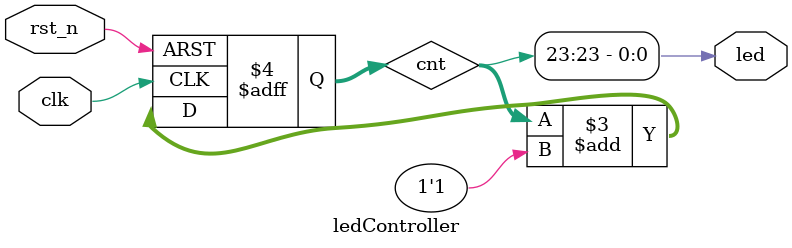
<source format=v>
module ledController(
	input		clk,
	input		rst_n,
	
	output 	led
	);
	
//计数产生LED闪烁频率
reg[23:0] cnt;

always @(posedge clk or negedge rst_n)
	if(!rst_n)	cnt <= 24'b0;
	else	cnt <= cnt+1'b1;
	
assign led = cnt[23];

endmodule 
</source>
